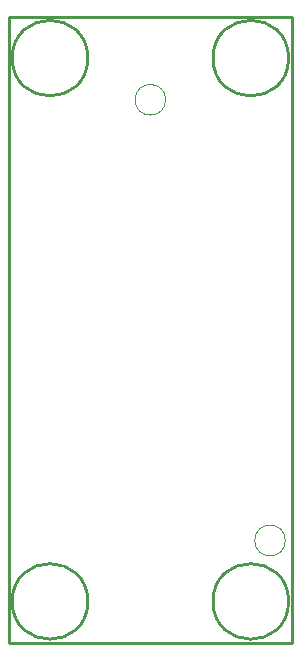
<source format=gbr>
G04*
G04 #@! TF.GenerationSoftware,Altium Limited,Altium Designer,24.5.2 (23)*
G04*
G04 Layer_Color=16711935*
%FSLAX25Y25*%
%MOIN*%
G70*
G04*
G04 #@! TF.SameCoordinates,31991F0E-98CA-4A4E-B794-B5AF52ABA4E1*
G04*
G04*
G04 #@! TF.FilePolarity,Positive*
G04*
G01*
G75*
%ADD11C,0.01000*%
%ADD57C,0.00394*%
D11*
X93307Y13780D02*
G03*
X93307Y13780I-12598J0D01*
G01*
Y194882D02*
G03*
X93307Y194882I-12598J0D01*
G01*
X26378D02*
G03*
X26378Y194882I-12598J0D01*
G01*
Y13780D02*
G03*
X26378Y13780I-12598J0D01*
G01*
X0Y0D02*
Y208700D01*
X94500D01*
Y0D02*
Y208700D01*
X0Y0D02*
X94500D01*
D57*
X92227Y34087D02*
G03*
X92227Y34087I-5101J0D01*
G01*
D02*
G03*
X92227Y34087I-5101J0D01*
G01*
X52327Y181000D02*
G03*
X52327Y181000I-5101J0D01*
G01*
D02*
G03*
X52327Y181000I-5101J0D01*
G01*
M02*

</source>
